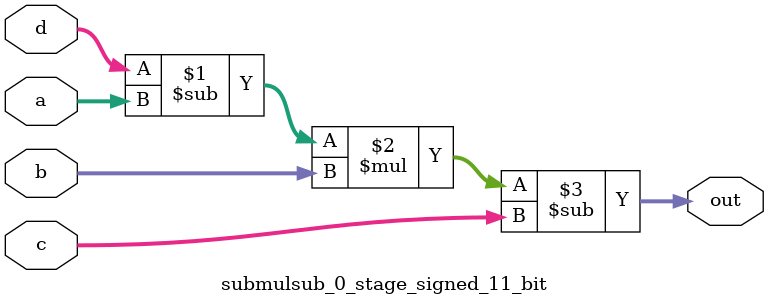
<source format=sv>
(* use_dsp = "yes" *) module submulsub_0_stage_signed_11_bit(
	input signed [10:0] a,
	input signed [10:0] b,
	input signed [10:0] c,
	input signed [10:0] d,
	output [10:0] out
	);

	assign out = ((d - a) * b) - c;
endmodule

</source>
